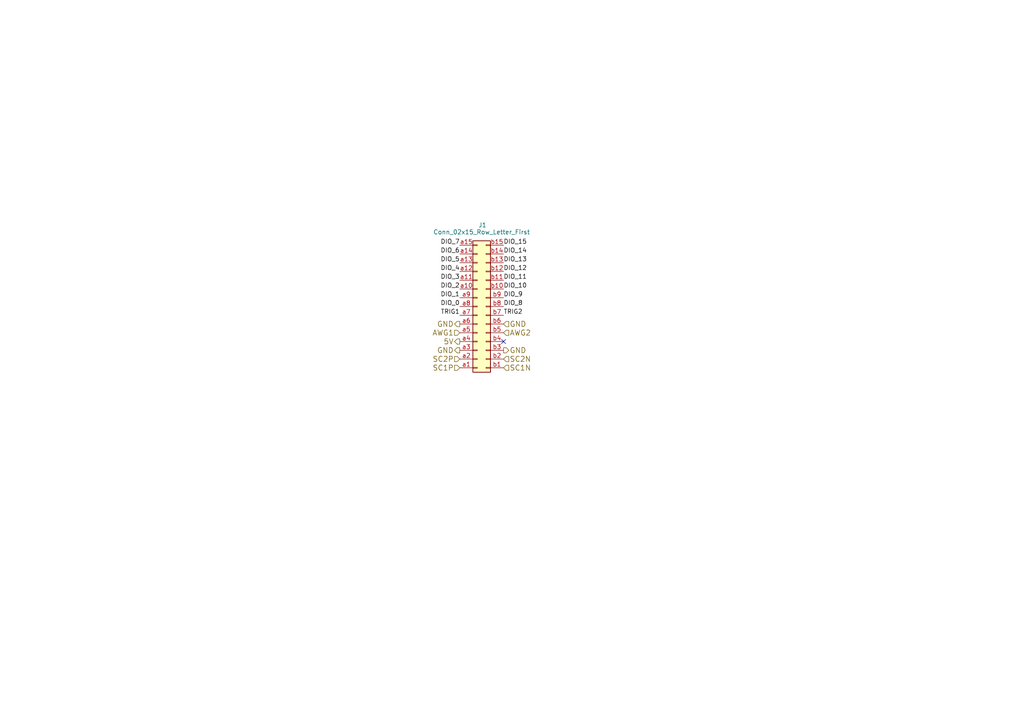
<source format=kicad_sch>
(kicad_sch (version 20231120) (generator "eeschema") (generator_version "8.0")
  (paper "A4")
  (lib_symbols
    (symbol "Connector_Generic:Conn_02x15_Row_Letter_First" (pin_names (offset 1.016) hide)
      (property "Reference" "J" (at 1.27 20.32 0))
      (property "Value" "Conn_02x15_Row_Letter_First" (at 1.27 -20.32 0))
      (symbol "Conn_02x15_Row_Letter_First_1_1"
        (rectangle (start -1.27 -17.653) (end 0 -17.907) (stroke (width 0.1524)))
        (rectangle (start -1.27 -15.113) (end 0 -15.367) (stroke (width 0.1524)))
        (rectangle (start -1.27 -12.573) (end 0 -12.827) (stroke (width 0.1524)))
        (rectangle (start -1.27 -10.033) (end 0 -10.287) (stroke (width 0.1524)))
        (rectangle (start -1.27 -7.493) (end 0 -7.747) (stroke (width 0.1524)))
        (rectangle (start -1.27 -4.953) (end 0 -5.207) (stroke (width 0.1524)))
        (rectangle (start -1.27 -2.413) (end 0 -2.667) (stroke (width 0.1524)))
        (rectangle (start -1.27 0.127) (end 0 -0.127) (stroke (width 0.1524)))
        (rectangle (start -1.27 2.667) (end 0 2.413) (stroke (width 0.1524)))
        (rectangle (start -1.27 5.207) (end 0 4.953) (stroke (width 0.1524)))
        (rectangle (start -1.27 7.747) (end 0 7.493) (stroke (width 0.1524)))
        (rectangle (start -1.27 10.287) (end 0 10.033) (stroke (width 0.1524)))
        (rectangle (start -1.27 12.827) (end 0 12.573) (stroke (width 0.1524)))
        (rectangle (start -1.27 15.367) (end 0 15.113) (stroke (width 0.1524)))
        (rectangle (start -1.27 17.907) (end 0 17.653) (stroke (width 0.1524)))
        (rectangle (start -1.27 19.05) (end 3.81 -19.05) (stroke (width 0.254)) (fill (type background)))
        (rectangle (start 3.81 -17.653) (end 2.54 -17.907) (stroke (width 0.1524)))
        (rectangle (start 3.81 -15.113) (end 2.54 -15.367) (stroke (width 0.1524)))
        (rectangle (start 3.81 -12.573) (end 2.54 -12.827) (stroke (width 0.1524)))
        (rectangle (start 3.81 -10.033) (end 2.54 -10.287) (stroke (width 0.1524)))
        (rectangle (start 3.81 -7.493) (end 2.54 -7.747) (stroke (width 0.1524)))
        (rectangle (start 3.81 -4.953) (end 2.54 -5.207) (stroke (width 0.1524)))
        (rectangle (start 3.81 -2.413) (end 2.54 -2.667) (stroke (width 0.1524)))
        (rectangle (start 3.81 0.127) (end 2.54 -0.127) (stroke (width 0.1524)))
        (rectangle (start 3.81 2.667) (end 2.54 2.413) (stroke (width 0.1524)))
        (rectangle (start 3.81 5.207) (end 2.54 4.953) (stroke (width 0.1524)))
        (rectangle (start 3.81 7.747) (end 2.54 7.493) (stroke (width 0.1524)))
        (rectangle (start 3.81 10.287) (end 2.54 10.033) (stroke (width 0.1524)))
        (rectangle (start 3.81 12.827) (end 2.54 12.573) (stroke (width 0.1524)))
        (rectangle (start 3.81 15.367) (end 2.54 15.113) (stroke (width 0.1524)))
        (rectangle (start 3.81 17.907) (end 2.54 17.653) (stroke (width 0.1524)))
        (pin passive line (at -5.08 17.78 0) (length 3.81) (name "Pin_a1") (number "a1"))
        (pin passive line (at -5.08 -5.08 0) (length 3.81) (name "Pin_a10") (number "a10"))
        (pin passive line (at -5.08 -7.62 0) (length 3.81) (name "Pin_a11") (number "a11"))
        (pin passive line (at -5.08 -10.16 0) (length 3.81) (name "Pin_a12") (number "a12"))
        (pin passive line (at -5.08 -12.7 0) (length 3.81) (name "Pin_a13") (number "a13"))
        (pin passive line (at -5.08 -15.24 0) (length 3.81) (name "Pin_a14") (number "a14"))
        (pin passive line (at -5.08 -17.78 0) (length 3.81) (name "Pin_a15") (number "a15"))
        (pin passive line (at -5.08 15.24 0) (length 3.81) (name "Pin_a2") (number "a2"))
        (pin passive line (at -5.08 12.7 0) (length 3.81) (name "Pin_a3") (number "a3"))
        (pin passive line (at -5.08 10.16 0) (length 3.81) (name "Pin_a4") (number "a4"))
        (pin passive line (at -5.08 7.62 0) (length 3.81) (name "Pin_a5") (number "a5"))
        (pin passive line (at -5.08 5.08 0) (length 3.81) (name "Pin_a6") (number "a6"))
        (pin passive line (at -5.08 2.54 0) (length 3.81) (name "Pin_a7") (number "a7"))
        (pin passive line (at -5.08 0 0) (length 3.81) (name "Pin_a8") (number "a8"))
        (pin passive line (at -5.08 -2.54 0) (length 3.81) (name "Pin_a9") (number "a9"))
        (pin passive line (at 7.62 17.78 180) (length 3.81) (name "Pin_b1") (number "b1"))
        (pin passive line (at 7.62 -5.08 180) (length 3.81) (name "Pin_b10") (number "b10"))
        (pin passive line (at 7.62 -7.62 180) (length 3.81) (name "Pin_b11") (number "b11"))
        (pin passive line (at 7.62 -10.16 180) (length 3.81) (name "Pin_b12") (number "b12"))
        (pin passive line (at 7.62 -12.7 180) (length 3.81) (name "Pin_b13") (number "b13"))
        (pin passive line (at 7.62 -15.24 180) (length 3.81) (name "Pin_b14") (number "b14"))
        (pin passive line (at 7.62 -17.78 180) (length 3.81) (name "Pin_b15") (number "b15"))
        (pin passive line (at 7.62 15.24 180) (length 3.81) (name "Pin_b2") (number "b2"))
        (pin passive line (at 7.62 12.7 180) (length 3.81) (name "Pin_b3") (number "b3"))
        (pin passive line (at 7.62 10.16 180) (length 3.81) (name "Pin_b4") (number "b4"))
        (pin passive line (at 7.62 7.62 180) (length 3.81) (name "Pin_b5") (number "b5"))
        (pin passive line (at 7.62 5.08 180) (length 3.81) (name "Pin_b6") (number "b6"))
        (pin passive line (at 7.62 2.54 180) (length 3.81) (name "Pin_b7") (number "b7"))
        (pin passive line (at 7.62 0 180) (length 3.81) (name "Pin_b8") (number "b8"))
        (pin passive line (at 7.62 -2.54 180) (length 3.81) (name "Pin_b9") (number "b9"))
      )
    )
  )
  (no_connect (at 146.05 99.06))
  (label "DIO_0" (at 133.35 88.9 180))
  (label "DIO_15" (at 146.05 71.12 0))
  (label "DIO_11" (at 146.05 81.28 0))
  (label "DIO_4" (at 133.35 78.74 180))
  (label "DIO_6" (at 133.35 73.66 180))
  (label "DIO_14" (at 146.05 73.66 0))
  (label "DIO_9" (at 146.05 86.36 0))
  (label "DIO_3" (at 133.35 81.28 180))
  (label "DIO_12" (at 146.05 78.74 0))
  (label "DIO_5" (at 133.35 76.2 180))
  (label "DIO_2" (at 133.35 83.82 180))
  (label "DIO_8" (at 146.05 88.9 0))
  (label "TRIG2" (at 146.05 91.44 0))
  (label "DIO_7" (at 133.35 71.12 180))
  (label "DIO_1" (at 133.35 86.36 180))
  (label "DIO_10" (at 146.05 83.82 0))
  (label "TRIG1" (at 133.35 91.44 180))
  (label "DIO_13" (at 146.05 76.2 0))
  (hierarchical_label "AWG2" (shape input) (at 146.05 96.52 0) (effects (font (size 1.524 1.524))))
  (hierarchical_label "SC2P" (shape input) (at 133.35 104.14 180) (effects (font (size 1.524 1.524))))
  (hierarchical_label "SC1N" (shape input) (at 146.05 106.68 0) (effects (font (size 1.524 1.524))))
  (hierarchical_label "GND" (shape output) (at 146.05 101.6 0) (effects (font (size 1.524 1.524))))
  (hierarchical_label "5V" (shape output) (at 133.35 99.06 180) (effects (font (size 1.524 1.524))))
  (hierarchical_label "SC2N" (shape input) (at 146.05 104.14 0) (effects (font (size 1.524 1.524))))
  (hierarchical_label "GND" (shape output) (at 133.35 93.98 180) (effects (font (size 1.524 1.524))))
  (hierarchical_label "GND" (shape output) (at 133.35 101.6 180) (effects (font (size 1.524 1.524))))
  (hierarchical_label "GND" (shape input) (at 146.05 93.98 0) (effects (font (size 1.524 1.524))))
  (hierarchical_label "SC1P" (shape input) (at 133.35 106.68 180) (effects (font (size 1.524 1.524))))
  (hierarchical_label "AWG1" (shape input) (at 133.35 96.52 180) (effects (font (size 1.524 1.524))))
  (symbol (lib_id "Connector_Generic:Conn_02x15_Row_Letter_First") (at 138.43 88.9 0) (mirror x) (unit 1)
    (property "Reference" "J1" (at 139.954 65.278 0))
    (property "Value" "Conn_02x15_Row_Letter_First" (at 139.7 67.31 0))
    (property "Description" "Generic connector, double row, 02x15, row letter first pin numbering scheme (pin number consists of a letter for the row and a number for the pin index in this row. a1, ..., aN; b1, ..., bN), script generated (kicad-library-utils/schlib/autogen/connector/)" (effects (hide yes)))
  )
)
</source>
